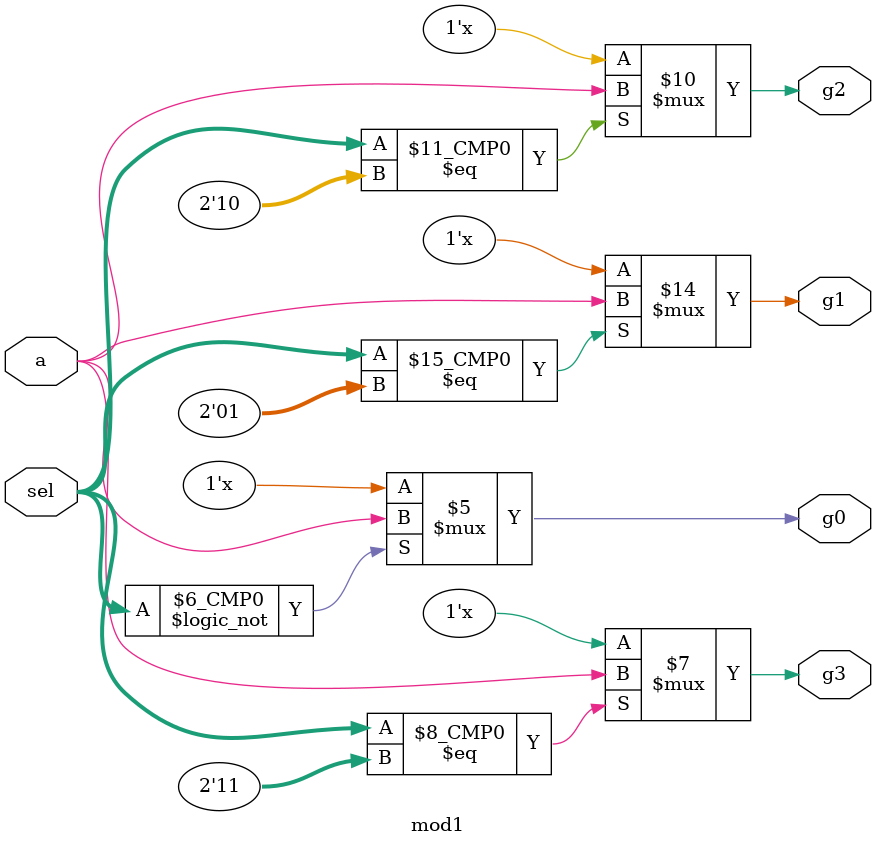
<source format=sv>
module mod1(sel, g0, g1, g2, g3, a);
input [1:0] sel;
input a;
output logic g0, g1, g2, g3;
always_comb begin
    {g0, g1, g2, g3} = 4'bx;
    case(sel)
        2'b00: g0 = a;
        2'b01: g1 = a;
        2'b10: g2 = a;
        2'b11: g3 = a;
    endcase
end
endmodule

</source>
